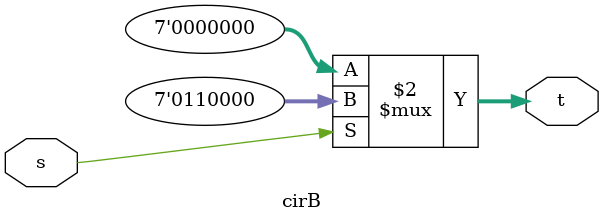
<source format=v>
module cirB (s, t);

input s;
output [0:6]t;

assign t = (s==0 ? 7'b0000000 : 7'b0110000);

endmodule

</source>
